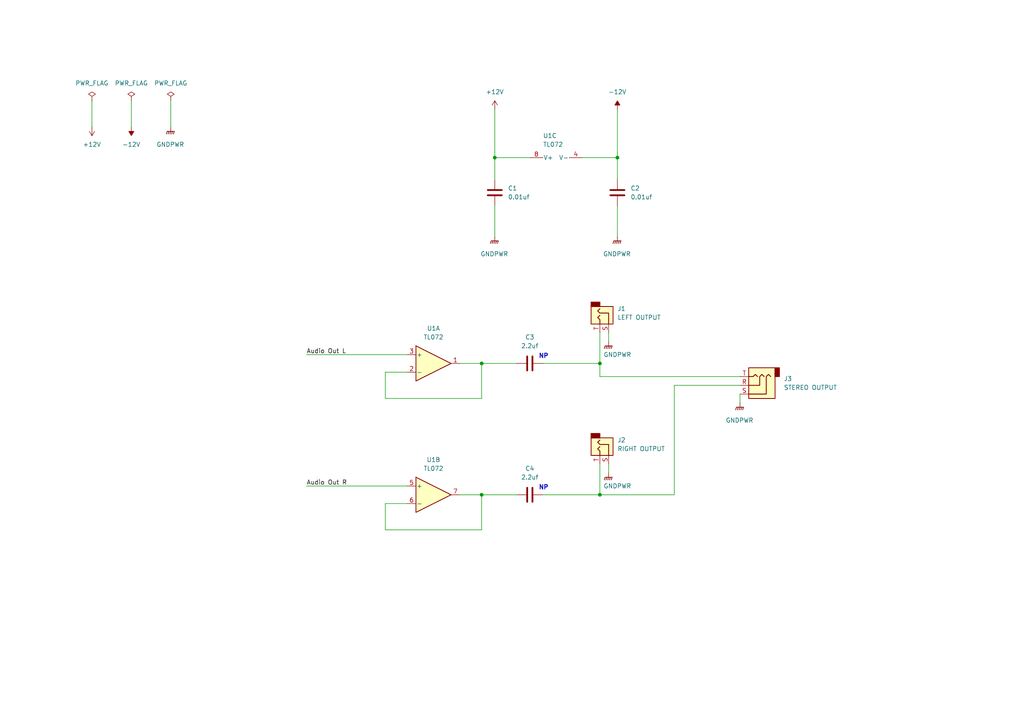
<source format=kicad_sch>
(kicad_sch (version 20211123) (generator eeschema)

  (uuid 08119705-1e85-419b-b715-f35c1504eaa1)

  (paper "A4")

  (title_block
    (title "MIDI Box - Line Out Audio Amp")
    (date "2022-04-03")
    (rev "1.0")
    (company "Clarissa Walker")
  )

  (lib_symbols
    (symbol "Amplifier_Operational:TL072" (pin_names (offset 0.127)) (in_bom yes) (on_board yes)
      (property "Reference" "U" (id 0) (at 0 5.08 0)
        (effects (font (size 1.27 1.27)) (justify left))
      )
      (property "Value" "TL072" (id 1) (at 0 -5.08 0)
        (effects (font (size 1.27 1.27)) (justify left))
      )
      (property "Footprint" "" (id 2) (at 0 0 0)
        (effects (font (size 1.27 1.27)) hide)
      )
      (property "Datasheet" "http://www.ti.com/lit/ds/symlink/tl071.pdf" (id 3) (at 0 0 0)
        (effects (font (size 1.27 1.27)) hide)
      )
      (property "ki_locked" "" (id 4) (at 0 0 0)
        (effects (font (size 1.27 1.27)))
      )
      (property "ki_keywords" "dual opamp" (id 5) (at 0 0 0)
        (effects (font (size 1.27 1.27)) hide)
      )
      (property "ki_description" "Dual Low-Noise JFET-Input Operational Amplifiers, DIP-8/SOIC-8" (id 6) (at 0 0 0)
        (effects (font (size 1.27 1.27)) hide)
      )
      (property "ki_fp_filters" "SOIC*3.9x4.9mm*P1.27mm* DIP*W7.62mm* TO*99* OnSemi*Micro8* TSSOP*3x3mm*P0.65mm* TSSOP*4.4x3mm*P0.65mm* MSOP*3x3mm*P0.65mm* SSOP*3.9x4.9mm*P0.635mm* LFCSP*2x2mm*P0.5mm* *SIP* SOIC*5.3x6.2mm*P1.27mm*" (id 7) (at 0 0 0)
        (effects (font (size 1.27 1.27)) hide)
      )
      (symbol "TL072_1_1"
        (polyline
          (pts
            (xy -5.08 5.08)
            (xy 5.08 0)
            (xy -5.08 -5.08)
            (xy -5.08 5.08)
          )
          (stroke (width 0.254) (type default) (color 0 0 0 0))
          (fill (type background))
        )
        (pin output line (at 7.62 0 180) (length 2.54)
          (name "~" (effects (font (size 1.27 1.27))))
          (number "1" (effects (font (size 1.27 1.27))))
        )
        (pin input line (at -7.62 -2.54 0) (length 2.54)
          (name "-" (effects (font (size 1.27 1.27))))
          (number "2" (effects (font (size 1.27 1.27))))
        )
        (pin input line (at -7.62 2.54 0) (length 2.54)
          (name "+" (effects (font (size 1.27 1.27))))
          (number "3" (effects (font (size 1.27 1.27))))
        )
      )
      (symbol "TL072_2_1"
        (polyline
          (pts
            (xy -5.08 5.08)
            (xy 5.08 0)
            (xy -5.08 -5.08)
            (xy -5.08 5.08)
          )
          (stroke (width 0.254) (type default) (color 0 0 0 0))
          (fill (type background))
        )
        (pin input line (at -7.62 2.54 0) (length 2.54)
          (name "+" (effects (font (size 1.27 1.27))))
          (number "5" (effects (font (size 1.27 1.27))))
        )
        (pin input line (at -7.62 -2.54 0) (length 2.54)
          (name "-" (effects (font (size 1.27 1.27))))
          (number "6" (effects (font (size 1.27 1.27))))
        )
        (pin output line (at 7.62 0 180) (length 2.54)
          (name "~" (effects (font (size 1.27 1.27))))
          (number "7" (effects (font (size 1.27 1.27))))
        )
      )
      (symbol "TL072_3_1"
        (pin power_in line (at -2.54 -7.62 90) (length 3.81)
          (name "V-" (effects (font (size 1.27 1.27))))
          (number "4" (effects (font (size 1.27 1.27))))
        )
        (pin power_in line (at -2.54 7.62 270) (length 3.81)
          (name "V+" (effects (font (size 1.27 1.27))))
          (number "8" (effects (font (size 1.27 1.27))))
        )
      )
    )
    (symbol "Connector:AudioJack2" (in_bom yes) (on_board yes)
      (property "Reference" "J" (id 0) (at 0 8.89 0)
        (effects (font (size 1.27 1.27)))
      )
      (property "Value" "AudioJack2" (id 1) (at 0 6.35 0)
        (effects (font (size 1.27 1.27)))
      )
      (property "Footprint" "" (id 2) (at 0 0 0)
        (effects (font (size 1.27 1.27)) hide)
      )
      (property "Datasheet" "~" (id 3) (at 0 0 0)
        (effects (font (size 1.27 1.27)) hide)
      )
      (property "ki_keywords" "audio jack receptacle mono phone headphone TS connector" (id 4) (at 0 0 0)
        (effects (font (size 1.27 1.27)) hide)
      )
      (property "ki_description" "Audio Jack, 2 Poles (Mono / TS)" (id 5) (at 0 0 0)
        (effects (font (size 1.27 1.27)) hide)
      )
      (property "ki_fp_filters" "Jack*" (id 6) (at 0 0 0)
        (effects (font (size 1.27 1.27)) hide)
      )
      (symbol "AudioJack2_0_1"
        (rectangle (start -3.81 0) (end -2.54 -2.54)
          (stroke (width 0.254) (type default) (color 0 0 0 0))
          (fill (type outline))
        )
        (rectangle (start -2.54 3.81) (end 2.54 -2.54)
          (stroke (width 0.254) (type default) (color 0 0 0 0))
          (fill (type background))
        )
        (polyline
          (pts
            (xy 0 0)
            (xy 0.635 -0.635)
            (xy 1.27 0)
            (xy 2.54 0)
          )
          (stroke (width 0.254) (type default) (color 0 0 0 0))
          (fill (type none))
        )
        (polyline
          (pts
            (xy 2.54 2.54)
            (xy -0.635 2.54)
            (xy -0.635 0)
            (xy -1.27 -0.635)
            (xy -1.905 0)
          )
          (stroke (width 0.254) (type default) (color 0 0 0 0))
          (fill (type none))
        )
      )
      (symbol "AudioJack2_1_1"
        (pin passive line (at 5.08 2.54 180) (length 2.54)
          (name "~" (effects (font (size 1.27 1.27))))
          (number "S" (effects (font (size 1.27 1.27))))
        )
        (pin passive line (at 5.08 0 180) (length 2.54)
          (name "~" (effects (font (size 1.27 1.27))))
          (number "T" (effects (font (size 1.27 1.27))))
        )
      )
    )
    (symbol "Connector:AudioJack3" (in_bom yes) (on_board yes)
      (property "Reference" "J" (id 0) (at 0 8.89 0)
        (effects (font (size 1.27 1.27)))
      )
      (property "Value" "AudioJack3" (id 1) (at 0 6.35 0)
        (effects (font (size 1.27 1.27)))
      )
      (property "Footprint" "" (id 2) (at 0 0 0)
        (effects (font (size 1.27 1.27)) hide)
      )
      (property "Datasheet" "~" (id 3) (at 0 0 0)
        (effects (font (size 1.27 1.27)) hide)
      )
      (property "ki_keywords" "audio jack receptacle stereo headphones phones TRS connector" (id 4) (at 0 0 0)
        (effects (font (size 1.27 1.27)) hide)
      )
      (property "ki_description" "Audio Jack, 3 Poles (Stereo / TRS)" (id 5) (at 0 0 0)
        (effects (font (size 1.27 1.27)) hide)
      )
      (property "ki_fp_filters" "Jack*" (id 6) (at 0 0 0)
        (effects (font (size 1.27 1.27)) hide)
      )
      (symbol "AudioJack3_0_1"
        (rectangle (start -5.08 -5.08) (end -6.35 -2.54)
          (stroke (width 0.254) (type default) (color 0 0 0 0))
          (fill (type outline))
        )
        (polyline
          (pts
            (xy 0 -2.54)
            (xy 0.635 -3.175)
            (xy 1.27 -2.54)
            (xy 2.54 -2.54)
          )
          (stroke (width 0.254) (type default) (color 0 0 0 0))
          (fill (type none))
        )
        (polyline
          (pts
            (xy -1.905 -2.54)
            (xy -1.27 -3.175)
            (xy -0.635 -2.54)
            (xy -0.635 0)
            (xy 2.54 0)
          )
          (stroke (width 0.254) (type default) (color 0 0 0 0))
          (fill (type none))
        )
        (polyline
          (pts
            (xy 2.54 2.54)
            (xy -2.54 2.54)
            (xy -2.54 -2.54)
            (xy -3.175 -3.175)
            (xy -3.81 -2.54)
          )
          (stroke (width 0.254) (type default) (color 0 0 0 0))
          (fill (type none))
        )
        (rectangle (start 2.54 3.81) (end -5.08 -5.08)
          (stroke (width 0.254) (type default) (color 0 0 0 0))
          (fill (type background))
        )
      )
      (symbol "AudioJack3_1_1"
        (pin passive line (at 5.08 0 180) (length 2.54)
          (name "~" (effects (font (size 1.27 1.27))))
          (number "R" (effects (font (size 1.27 1.27))))
        )
        (pin passive line (at 5.08 2.54 180) (length 2.54)
          (name "~" (effects (font (size 1.27 1.27))))
          (number "S" (effects (font (size 1.27 1.27))))
        )
        (pin passive line (at 5.08 -2.54 180) (length 2.54)
          (name "~" (effects (font (size 1.27 1.27))))
          (number "T" (effects (font (size 1.27 1.27))))
        )
      )
    )
    (symbol "Device:C" (pin_numbers hide) (pin_names (offset 0.254)) (in_bom yes) (on_board yes)
      (property "Reference" "C" (id 0) (at 0.635 2.54 0)
        (effects (font (size 1.27 1.27)) (justify left))
      )
      (property "Value" "C" (id 1) (at 0.635 -2.54 0)
        (effects (font (size 1.27 1.27)) (justify left))
      )
      (property "Footprint" "" (id 2) (at 0.9652 -3.81 0)
        (effects (font (size 1.27 1.27)) hide)
      )
      (property "Datasheet" "~" (id 3) (at 0 0 0)
        (effects (font (size 1.27 1.27)) hide)
      )
      (property "ki_keywords" "cap capacitor" (id 4) (at 0 0 0)
        (effects (font (size 1.27 1.27)) hide)
      )
      (property "ki_description" "Unpolarized capacitor" (id 5) (at 0 0 0)
        (effects (font (size 1.27 1.27)) hide)
      )
      (property "ki_fp_filters" "C_*" (id 6) (at 0 0 0)
        (effects (font (size 1.27 1.27)) hide)
      )
      (symbol "C_0_1"
        (polyline
          (pts
            (xy -2.032 -0.762)
            (xy 2.032 -0.762)
          )
          (stroke (width 0.508) (type default) (color 0 0 0 0))
          (fill (type none))
        )
        (polyline
          (pts
            (xy -2.032 0.762)
            (xy 2.032 0.762)
          )
          (stroke (width 0.508) (type default) (color 0 0 0 0))
          (fill (type none))
        )
      )
      (symbol "C_1_1"
        (pin passive line (at 0 3.81 270) (length 2.794)
          (name "~" (effects (font (size 1.27 1.27))))
          (number "1" (effects (font (size 1.27 1.27))))
        )
        (pin passive line (at 0 -3.81 90) (length 2.794)
          (name "~" (effects (font (size 1.27 1.27))))
          (number "2" (effects (font (size 1.27 1.27))))
        )
      )
    )
    (symbol "power:+12V" (power) (pin_names (offset 0)) (in_bom yes) (on_board yes)
      (property "Reference" "#PWR" (id 0) (at 0 -3.81 0)
        (effects (font (size 1.27 1.27)) hide)
      )
      (property "Value" "+12V" (id 1) (at 0 3.556 0)
        (effects (font (size 1.27 1.27)))
      )
      (property "Footprint" "" (id 2) (at 0 0 0)
        (effects (font (size 1.27 1.27)) hide)
      )
      (property "Datasheet" "" (id 3) (at 0 0 0)
        (effects (font (size 1.27 1.27)) hide)
      )
      (property "ki_keywords" "power-flag" (id 4) (at 0 0 0)
        (effects (font (size 1.27 1.27)) hide)
      )
      (property "ki_description" "Power symbol creates a global label with name \"+12V\"" (id 5) (at 0 0 0)
        (effects (font (size 1.27 1.27)) hide)
      )
      (symbol "+12V_0_1"
        (polyline
          (pts
            (xy -0.762 1.27)
            (xy 0 2.54)
          )
          (stroke (width 0) (type default) (color 0 0 0 0))
          (fill (type none))
        )
        (polyline
          (pts
            (xy 0 0)
            (xy 0 2.54)
          )
          (stroke (width 0) (type default) (color 0 0 0 0))
          (fill (type none))
        )
        (polyline
          (pts
            (xy 0 2.54)
            (xy 0.762 1.27)
          )
          (stroke (width 0) (type default) (color 0 0 0 0))
          (fill (type none))
        )
      )
      (symbol "+12V_1_1"
        (pin power_in line (at 0 0 90) (length 0) hide
          (name "+12V" (effects (font (size 1.27 1.27))))
          (number "1" (effects (font (size 1.27 1.27))))
        )
      )
    )
    (symbol "power:-12V" (power) (pin_names (offset 0)) (in_bom yes) (on_board yes)
      (property "Reference" "#PWR" (id 0) (at 0 2.54 0)
        (effects (font (size 1.27 1.27)) hide)
      )
      (property "Value" "-12V" (id 1) (at 0 3.81 0)
        (effects (font (size 1.27 1.27)))
      )
      (property "Footprint" "" (id 2) (at 0 0 0)
        (effects (font (size 1.27 1.27)) hide)
      )
      (property "Datasheet" "" (id 3) (at 0 0 0)
        (effects (font (size 1.27 1.27)) hide)
      )
      (property "ki_keywords" "power-flag" (id 4) (at 0 0 0)
        (effects (font (size 1.27 1.27)) hide)
      )
      (property "ki_description" "Power symbol creates a global label with name \"-12V\"" (id 5) (at 0 0 0)
        (effects (font (size 1.27 1.27)) hide)
      )
      (symbol "-12V_0_0"
        (pin power_in line (at 0 0 90) (length 0) hide
          (name "-12V" (effects (font (size 1.27 1.27))))
          (number "1" (effects (font (size 1.27 1.27))))
        )
      )
      (symbol "-12V_0_1"
        (polyline
          (pts
            (xy 0 0)
            (xy 0 1.27)
            (xy 0.762 1.27)
            (xy 0 2.54)
            (xy -0.762 1.27)
            (xy 0 1.27)
          )
          (stroke (width 0) (type default) (color 0 0 0 0))
          (fill (type outline))
        )
      )
    )
    (symbol "power:GNDPWR" (power) (pin_names (offset 0)) (in_bom yes) (on_board yes)
      (property "Reference" "#PWR" (id 0) (at 0 -5.08 0)
        (effects (font (size 1.27 1.27)) hide)
      )
      (property "Value" "GNDPWR" (id 1) (at 0 -3.302 0)
        (effects (font (size 1.27 1.27)))
      )
      (property "Footprint" "" (id 2) (at 0 -1.27 0)
        (effects (font (size 1.27 1.27)) hide)
      )
      (property "Datasheet" "" (id 3) (at 0 -1.27 0)
        (effects (font (size 1.27 1.27)) hide)
      )
      (property "ki_keywords" "power-flag" (id 4) (at 0 0 0)
        (effects (font (size 1.27 1.27)) hide)
      )
      (property "ki_description" "Power symbol creates a global label with name \"GNDPWR\" , power ground" (id 5) (at 0 0 0)
        (effects (font (size 1.27 1.27)) hide)
      )
      (symbol "GNDPWR_0_1"
        (polyline
          (pts
            (xy 0 -1.27)
            (xy 0 0)
          )
          (stroke (width 0) (type default) (color 0 0 0 0))
          (fill (type none))
        )
        (polyline
          (pts
            (xy -1.016 -1.27)
            (xy -1.27 -2.032)
            (xy -1.27 -2.032)
          )
          (stroke (width 0.2032) (type default) (color 0 0 0 0))
          (fill (type none))
        )
        (polyline
          (pts
            (xy -0.508 -1.27)
            (xy -0.762 -2.032)
            (xy -0.762 -2.032)
          )
          (stroke (width 0.2032) (type default) (color 0 0 0 0))
          (fill (type none))
        )
        (polyline
          (pts
            (xy 0 -1.27)
            (xy -0.254 -2.032)
            (xy -0.254 -2.032)
          )
          (stroke (width 0.2032) (type default) (color 0 0 0 0))
          (fill (type none))
        )
        (polyline
          (pts
            (xy 0.508 -1.27)
            (xy 0.254 -2.032)
            (xy 0.254 -2.032)
          )
          (stroke (width 0.2032) (type default) (color 0 0 0 0))
          (fill (type none))
        )
        (polyline
          (pts
            (xy 1.016 -1.27)
            (xy -1.016 -1.27)
            (xy -1.016 -1.27)
          )
          (stroke (width 0.2032) (type default) (color 0 0 0 0))
          (fill (type none))
        )
        (polyline
          (pts
            (xy 1.016 -1.27)
            (xy 0.762 -2.032)
            (xy 0.762 -2.032)
            (xy 0.762 -2.032)
          )
          (stroke (width 0.2032) (type default) (color 0 0 0 0))
          (fill (type none))
        )
      )
      (symbol "GNDPWR_1_1"
        (pin power_in line (at 0 0 270) (length 0) hide
          (name "GNDPWR" (effects (font (size 1.27 1.27))))
          (number "1" (effects (font (size 1.27 1.27))))
        )
      )
    )
    (symbol "power:PWR_FLAG" (power) (pin_numbers hide) (pin_names (offset 0) hide) (in_bom yes) (on_board yes)
      (property "Reference" "#FLG" (id 0) (at 0 1.905 0)
        (effects (font (size 1.27 1.27)) hide)
      )
      (property "Value" "PWR_FLAG" (id 1) (at 0 3.81 0)
        (effects (font (size 1.27 1.27)))
      )
      (property "Footprint" "" (id 2) (at 0 0 0)
        (effects (font (size 1.27 1.27)) hide)
      )
      (property "Datasheet" "~" (id 3) (at 0 0 0)
        (effects (font (size 1.27 1.27)) hide)
      )
      (property "ki_keywords" "power-flag" (id 4) (at 0 0 0)
        (effects (font (size 1.27 1.27)) hide)
      )
      (property "ki_description" "Special symbol for telling ERC where power comes from" (id 5) (at 0 0 0)
        (effects (font (size 1.27 1.27)) hide)
      )
      (symbol "PWR_FLAG_0_0"
        (pin power_out line (at 0 0 90) (length 0)
          (name "pwr" (effects (font (size 1.27 1.27))))
          (number "1" (effects (font (size 1.27 1.27))))
        )
      )
      (symbol "PWR_FLAG_0_1"
        (polyline
          (pts
            (xy 0 0)
            (xy 0 1.27)
            (xy -1.016 1.905)
            (xy 0 2.54)
            (xy 1.016 1.905)
            (xy 0 1.27)
          )
          (stroke (width 0) (type default) (color 0 0 0 0))
          (fill (type none))
        )
      )
    )
  )

  (junction (at 139.7 143.51) (diameter 0) (color 0 0 0 0)
    (uuid 33b110ea-3d2a-43d5-b207-e04b55811317)
  )
  (junction (at 173.99 143.51) (diameter 0) (color 0 0 0 0)
    (uuid 4ab85002-087c-4f34-84ad-4d320ebfcbf3)
  )
  (junction (at 139.7 105.41) (diameter 0) (color 0 0 0 0)
    (uuid 81b83a05-030e-42b4-be00-0139d97a5973)
  )
  (junction (at 179.07 45.72) (diameter 0) (color 0 0 0 0)
    (uuid 9666e50c-28c6-413b-aee7-9f4fb63b1e1a)
  )
  (junction (at 143.51 45.72) (diameter 0) (color 0 0 0 0)
    (uuid a585006d-40a4-4cda-8cdd-72e55fe08c58)
  )
  (junction (at 173.99 105.41) (diameter 0) (color 0 0 0 0)
    (uuid ea1094c8-e818-482e-8c42-0ea44041a0f3)
  )

  (wire (pts (xy 214.63 109.22) (xy 173.99 109.22))
    (stroke (width 0) (type default) (color 0 0 0 0))
    (uuid 0191977e-febb-4250-bea2-ec69d35df66f)
  )
  (wire (pts (xy 118.11 146.05) (xy 111.76 146.05))
    (stroke (width 0) (type default) (color 0 0 0 0))
    (uuid 04b76de3-b61c-4372-88a4-02394bc18d5a)
  )
  (wire (pts (xy 157.48 143.51) (xy 173.99 143.51))
    (stroke (width 0) (type default) (color 0 0 0 0))
    (uuid 10d5e43a-a87d-412d-9587-06fdd0a949d8)
  )
  (wire (pts (xy 143.51 59.69) (xy 143.51 68.58))
    (stroke (width 0) (type default) (color 0 0 0 0))
    (uuid 10e335b2-4a32-4014-ac8d-5848ca40142b)
  )
  (wire (pts (xy 179.07 59.69) (xy 179.07 68.58))
    (stroke (width 0) (type default) (color 0 0 0 0))
    (uuid 127d882e-28fb-4e10-9338-64d16343213c)
  )
  (wire (pts (xy 26.67 29.21) (xy 26.67 36.83))
    (stroke (width 0) (type default) (color 0 0 0 0))
    (uuid 14bb5f50-29f1-470b-9178-ef462c2a618b)
  )
  (wire (pts (xy 143.51 45.72) (xy 153.67 45.72))
    (stroke (width 0) (type default) (color 0 0 0 0))
    (uuid 16846ddb-e1cc-4137-ad29-1f656ed020a7)
  )
  (wire (pts (xy 157.48 105.41) (xy 173.99 105.41))
    (stroke (width 0) (type default) (color 0 0 0 0))
    (uuid 1e0d8efc-5b1e-4929-bd99-1bbd51753a7a)
  )
  (wire (pts (xy 139.7 143.51) (xy 139.7 153.67))
    (stroke (width 0) (type default) (color 0 0 0 0))
    (uuid 244b0fbc-d437-4941-afb7-db1615cfae9e)
  )
  (wire (pts (xy 38.1 29.21) (xy 38.1 36.83))
    (stroke (width 0) (type default) (color 0 0 0 0))
    (uuid 3705d875-661b-4e23-8738-ef35bf9708c7)
  )
  (wire (pts (xy 88.9 140.97) (xy 118.11 140.97))
    (stroke (width 0) (type default) (color 0 0 0 0))
    (uuid 3d302b30-4463-44bf-aad9-e91ffdf63b57)
  )
  (wire (pts (xy 133.35 143.51) (xy 139.7 143.51))
    (stroke (width 0) (type default) (color 0 0 0 0))
    (uuid 4da02947-6507-4365-916b-cb9d473306fe)
  )
  (wire (pts (xy 173.99 109.22) (xy 173.99 105.41))
    (stroke (width 0) (type default) (color 0 0 0 0))
    (uuid 542da86f-d7a1-469c-aadf-3bd74f56c426)
  )
  (wire (pts (xy 118.11 107.95) (xy 111.76 107.95))
    (stroke (width 0) (type default) (color 0 0 0 0))
    (uuid 5cbc9588-a26b-4936-8157-6b6efe058fd4)
  )
  (wire (pts (xy 111.76 146.05) (xy 111.76 153.67))
    (stroke (width 0) (type default) (color 0 0 0 0))
    (uuid 6b1e62d8-5c3a-4c17-8bc2-4276726a87ea)
  )
  (wire (pts (xy 88.9 102.87) (xy 118.11 102.87))
    (stroke (width 0) (type default) (color 0 0 0 0))
    (uuid 710215a0-0bba-4c0b-8cc7-5b1f65218cf3)
  )
  (wire (pts (xy 111.76 107.95) (xy 111.76 115.57))
    (stroke (width 0) (type default) (color 0 0 0 0))
    (uuid 77004cda-6d05-4031-bec1-1dbd230e1650)
  )
  (wire (pts (xy 214.63 114.3) (xy 214.63 116.84))
    (stroke (width 0) (type default) (color 0 0 0 0))
    (uuid 8713fc07-788c-44d3-981d-034f108cf59c)
  )
  (wire (pts (xy 49.53 29.21) (xy 49.53 36.83))
    (stroke (width 0) (type default) (color 0 0 0 0))
    (uuid 8782187a-8051-42cc-97fb-de975c8fbdc5)
  )
  (wire (pts (xy 176.53 134.62) (xy 176.53 137.16))
    (stroke (width 0) (type default) (color 0 0 0 0))
    (uuid 88b04903-8b72-4eb0-af1d-973ee6ab0771)
  )
  (wire (pts (xy 176.53 96.52) (xy 176.53 99.06))
    (stroke (width 0) (type default) (color 0 0 0 0))
    (uuid 99e8c373-cbe0-4123-8973-8a624610fc2c)
  )
  (wire (pts (xy 195.58 111.76) (xy 195.58 143.51))
    (stroke (width 0) (type default) (color 0 0 0 0))
    (uuid 9e079de3-242e-4c87-9e34-dc84b96c4563)
  )
  (wire (pts (xy 168.91 45.72) (xy 179.07 45.72))
    (stroke (width 0) (type default) (color 0 0 0 0))
    (uuid ae8866e8-f54f-4e4a-9e35-d89e4254d8e9)
  )
  (wire (pts (xy 179.07 31.75) (xy 179.07 45.72))
    (stroke (width 0) (type default) (color 0 0 0 0))
    (uuid af32985a-2ecc-40e6-a695-22a5c5d92a3b)
  )
  (wire (pts (xy 139.7 105.41) (xy 149.86 105.41))
    (stroke (width 0) (type default) (color 0 0 0 0))
    (uuid b59d3586-8fd7-49d8-b88e-c0d1fe62cdf8)
  )
  (wire (pts (xy 139.7 115.57) (xy 139.7 105.41))
    (stroke (width 0) (type default) (color 0 0 0 0))
    (uuid bb60bad4-2067-484a-abeb-ca3d7505b139)
  )
  (wire (pts (xy 173.99 105.41) (xy 173.99 96.52))
    (stroke (width 0) (type default) (color 0 0 0 0))
    (uuid be6a7d74-c01e-4c0b-aaee-674159289ae5)
  )
  (wire (pts (xy 179.07 52.07) (xy 179.07 45.72))
    (stroke (width 0) (type default) (color 0 0 0 0))
    (uuid c9322042-e3d1-4841-aefe-5894859bb757)
  )
  (wire (pts (xy 173.99 143.51) (xy 173.99 134.62))
    (stroke (width 0) (type default) (color 0 0 0 0))
    (uuid cdee4f90-44df-408f-9034-f7cf1a6eaab4)
  )
  (wire (pts (xy 214.63 111.76) (xy 195.58 111.76))
    (stroke (width 0) (type default) (color 0 0 0 0))
    (uuid cdfd01b3-0e5e-4cf1-a8aa-f88b91e9b7cc)
  )
  (wire (pts (xy 143.51 52.07) (xy 143.51 45.72))
    (stroke (width 0) (type default) (color 0 0 0 0))
    (uuid d2c333e1-1377-4726-9bed-b4a1d78b03be)
  )
  (wire (pts (xy 111.76 115.57) (xy 139.7 115.57))
    (stroke (width 0) (type default) (color 0 0 0 0))
    (uuid e353884b-3561-4072-aae1-f5d1ecbd5639)
  )
  (wire (pts (xy 111.76 153.67) (xy 139.7 153.67))
    (stroke (width 0) (type default) (color 0 0 0 0))
    (uuid e4536937-e4b9-453c-aceb-f487338e81c5)
  )
  (wire (pts (xy 195.58 143.51) (xy 173.99 143.51))
    (stroke (width 0) (type default) (color 0 0 0 0))
    (uuid ed0a2447-4d51-4035-b336-f4600c50c55d)
  )
  (wire (pts (xy 133.35 105.41) (xy 139.7 105.41))
    (stroke (width 0) (type default) (color 0 0 0 0))
    (uuid f4b3ce13-892c-4e8c-8f4a-a37e059f8f11)
  )
  (wire (pts (xy 139.7 143.51) (xy 149.86 143.51))
    (stroke (width 0) (type default) (color 0 0 0 0))
    (uuid fa251c7a-4ba9-4dfb-82e2-2f343eef4a50)
  )
  (wire (pts (xy 143.51 31.75) (xy 143.51 45.72))
    (stroke (width 0) (type default) (color 0 0 0 0))
    (uuid fa9c9adf-d6d4-40f2-aa3c-f11e2d2b4d42)
  )

  (text "NP" (at 156.21 142.24 0)
    (effects (font (size 1.27 1.27) (thickness 0.254) bold) (justify left bottom))
    (uuid 36c837c5-f5e4-4c8e-8047-aba310d2e05a)
  )
  (text "NP" (at 156.21 104.14 0)
    (effects (font (size 1.27 1.27) (thickness 0.254) bold) (justify left bottom))
    (uuid fc95094a-b02a-4ae0-800c-e6c89c3d2f0e)
  )

  (label "Audio Out L" (at 88.9 102.87 0)
    (effects (font (size 1.27 1.27)) (justify left bottom))
    (uuid 3e13091f-c5ee-4491-88c6-e66d356ddcf9)
  )
  (label "Audio Out R" (at 88.9 140.97 0)
    (effects (font (size 1.27 1.27)) (justify left bottom))
    (uuid 5192f70f-ef10-4c6f-8c73-5c70559a4214)
  )

  (symbol (lib_id "power:PWR_FLAG") (at 38.1 29.21 0) (unit 1)
    (in_bom yes) (on_board yes) (fields_autoplaced)
    (uuid 2be4f81a-e688-44aa-a6d6-5138f6d4f726)
    (property "Reference" "#FLG0101" (id 0) (at 38.1 27.305 0)
      (effects (font (size 1.27 1.27)) hide)
    )
    (property "Value" "PWR_FLAG" (id 1) (at 38.1 24.13 0))
    (property "Footprint" "" (id 2) (at 38.1 29.21 0)
      (effects (font (size 1.27 1.27)) hide)
    )
    (property "Datasheet" "~" (id 3) (at 38.1 29.21 0)
      (effects (font (size 1.27 1.27)) hide)
    )
    (pin "1" (uuid b699b369-7d16-4266-b7b0-34ff152d927e))
  )

  (symbol (lib_id "Device:C") (at 179.07 55.88 0) (unit 1)
    (in_bom yes) (on_board yes) (fields_autoplaced)
    (uuid 2e288bf9-23c5-4360-969e-7c18418ff54e)
    (property "Reference" "C2" (id 0) (at 182.88 54.6099 0)
      (effects (font (size 1.27 1.27)) (justify left))
    )
    (property "Value" "0.01uf" (id 1) (at 182.88 57.1499 0)
      (effects (font (size 1.27 1.27)) (justify left))
    )
    (property "Footprint" "" (id 2) (at 180.0352 59.69 0)
      (effects (font (size 1.27 1.27)) hide)
    )
    (property "Datasheet" "~" (id 3) (at 179.07 55.88 0)
      (effects (font (size 1.27 1.27)) hide)
    )
    (pin "1" (uuid e27b41c4-a0fc-4a4d-b5c6-acc3944bf700))
    (pin "2" (uuid e6d97bd3-ddd4-4113-bec9-448a1336c002))
  )

  (symbol (lib_id "power:-12V") (at 38.1 36.83 180) (unit 1)
    (in_bom yes) (on_board yes) (fields_autoplaced)
    (uuid 2f7512d1-0919-4e52-9e11-7d35e989564f)
    (property "Reference" "#PWR0101" (id 0) (at 38.1 39.37 0)
      (effects (font (size 1.27 1.27)) hide)
    )
    (property "Value" "-12V" (id 1) (at 38.1 41.91 0))
    (property "Footprint" "" (id 2) (at 38.1 36.83 0)
      (effects (font (size 1.27 1.27)) hide)
    )
    (property "Datasheet" "" (id 3) (at 38.1 36.83 0)
      (effects (font (size 1.27 1.27)) hide)
    )
    (pin "1" (uuid c39f77f3-5ec7-40ee-a1ee-86a579255a20))
  )

  (symbol (lib_id "power:+12V") (at 143.51 31.75 0) (unit 1)
    (in_bom yes) (on_board yes) (fields_autoplaced)
    (uuid 388be678-b81b-45c2-8cbc-551791c704dc)
    (property "Reference" "#PWR0106" (id 0) (at 143.51 35.56 0)
      (effects (font (size 1.27 1.27)) hide)
    )
    (property "Value" "+12V" (id 1) (at 143.51 26.67 0))
    (property "Footprint" "" (id 2) (at 143.51 31.75 0)
      (effects (font (size 1.27 1.27)) hide)
    )
    (property "Datasheet" "" (id 3) (at 143.51 31.75 0)
      (effects (font (size 1.27 1.27)) hide)
    )
    (pin "1" (uuid fd40cc6f-ff95-4df2-8620-4f14fdca63a7))
  )

  (symbol (lib_id "power:PWR_FLAG") (at 26.67 29.21 0) (unit 1)
    (in_bom yes) (on_board yes) (fields_autoplaced)
    (uuid 3ac339b3-b627-46d2-a392-af508bf9243d)
    (property "Reference" "#FLG0102" (id 0) (at 26.67 27.305 0)
      (effects (font (size 1.27 1.27)) hide)
    )
    (property "Value" "PWR_FLAG" (id 1) (at 26.67 24.13 0))
    (property "Footprint" "" (id 2) (at 26.67 29.21 0)
      (effects (font (size 1.27 1.27)) hide)
    )
    (property "Datasheet" "~" (id 3) (at 26.67 29.21 0)
      (effects (font (size 1.27 1.27)) hide)
    )
    (pin "1" (uuid d883f8aa-cb79-4d84-8599-d32b042c642f))
  )

  (symbol (lib_id "Amplifier_Operational:TL072") (at 125.73 105.41 0) (unit 1)
    (in_bom yes) (on_board yes) (fields_autoplaced)
    (uuid 3b13530f-5eed-47ad-9c72-ae7356a6e1b3)
    (property "Reference" "U1" (id 0) (at 125.73 95.25 0))
    (property "Value" "TL072" (id 1) (at 125.73 97.79 0))
    (property "Footprint" "" (id 2) (at 125.73 105.41 0)
      (effects (font (size 1.27 1.27)) hide)
    )
    (property "Datasheet" "http://www.ti.com/lit/ds/symlink/tl071.pdf" (id 3) (at 125.73 105.41 0)
      (effects (font (size 1.27 1.27)) hide)
    )
    (pin "1" (uuid c8f4ddc4-4d5a-4974-a553-40917445a491))
    (pin "2" (uuid 4432c280-fbb0-4804-9f2f-309fc7ca632e))
    (pin "3" (uuid b3ebaf28-8970-4be3-a4b1-2f79c0e3fee4))
    (pin "5" (uuid 145e9505-e5f2-485d-8cd7-6e055ec36c05))
    (pin "6" (uuid 45bff614-f3f5-43b3-aca4-65cddd40d185))
    (pin "7" (uuid 37fc067e-0e88-4d83-b0ad-e3f05ec785f8))
    (pin "4" (uuid 93bddbf4-25fb-4bb2-8ed9-b9e00ad88261))
    (pin "8" (uuid 132098bb-22d7-46df-8f43-55471e68e57a))
  )

  (symbol (lib_id "Connector:AudioJack2") (at 173.99 91.44 270) (unit 1)
    (in_bom yes) (on_board yes) (fields_autoplaced)
    (uuid 3c4d56ef-7232-46d2-9c07-e9f6c46260d8)
    (property "Reference" "J1" (id 0) (at 179.07 89.5349 90)
      (effects (font (size 1.27 1.27)) (justify left))
    )
    (property "Value" "LEFT OUTPUT" (id 1) (at 179.07 92.0749 90)
      (effects (font (size 1.27 1.27)) (justify left))
    )
    (property "Footprint" "" (id 2) (at 173.99 91.44 0)
      (effects (font (size 1.27 1.27)) hide)
    )
    (property "Datasheet" "~" (id 3) (at 173.99 91.44 0)
      (effects (font (size 1.27 1.27)) hide)
    )
    (pin "S" (uuid 2c79faa0-367d-410b-929e-eee428c36d87))
    (pin "T" (uuid bdaaea2e-9d7a-4ae4-ae1d-76aba6bb1c9c))
  )

  (symbol (lib_id "Device:C") (at 153.67 143.51 90) (unit 1)
    (in_bom yes) (on_board yes) (fields_autoplaced)
    (uuid 4dbcffea-5e8b-4e83-b646-61a44f4e9add)
    (property "Reference" "C4" (id 0) (at 153.67 135.89 90))
    (property "Value" "2.2uf" (id 1) (at 153.67 138.43 90))
    (property "Footprint" "" (id 2) (at 157.48 142.5448 0)
      (effects (font (size 1.27 1.27)) hide)
    )
    (property "Datasheet" "~" (id 3) (at 153.67 143.51 0)
      (effects (font (size 1.27 1.27)) hide)
    )
    (pin "1" (uuid 4e946504-fd29-4c93-b04d-0f5a9fb96544))
    (pin "2" (uuid 637ff93b-37c6-4a32-8b96-40d8947c7912))
  )

  (symbol (lib_id "power:GNDPWR") (at 214.63 116.84 0) (unit 1)
    (in_bom yes) (on_board yes) (fields_autoplaced)
    (uuid 6cc81a7a-cc87-46e7-89f0-bc39da1850ca)
    (property "Reference" "#PWR0109" (id 0) (at 214.63 121.92 0)
      (effects (font (size 1.27 1.27)) hide)
    )
    (property "Value" "GNDPWR" (id 1) (at 214.503 121.92 0))
    (property "Footprint" "" (id 2) (at 214.63 118.11 0)
      (effects (font (size 1.27 1.27)) hide)
    )
    (property "Datasheet" "" (id 3) (at 214.63 118.11 0)
      (effects (font (size 1.27 1.27)) hide)
    )
    (pin "1" (uuid 51a1ac43-ae30-4f33-b7f9-0005fd8a498a))
  )

  (symbol (lib_id "power:GNDPWR") (at 176.53 137.16 0) (unit 1)
    (in_bom yes) (on_board yes)
    (uuid 91a18f43-7996-4ce4-b565-17445e1ef362)
    (property "Reference" "#PWR0110" (id 0) (at 176.53 142.24 0)
      (effects (font (size 1.27 1.27)) hide)
    )
    (property "Value" "GNDPWR" (id 1) (at 179.07 140.97 0))
    (property "Footprint" "" (id 2) (at 176.53 138.43 0)
      (effects (font (size 1.27 1.27)) hide)
    )
    (property "Datasheet" "" (id 3) (at 176.53 138.43 0)
      (effects (font (size 1.27 1.27)) hide)
    )
    (pin "1" (uuid 9cbc0e8b-18fc-4b8b-ba08-be49b0b7ee28))
  )

  (symbol (lib_id "power:GNDPWR") (at 49.53 36.83 0) (unit 1)
    (in_bom yes) (on_board yes) (fields_autoplaced)
    (uuid 9295a871-cc4b-4565-bcb7-02ab7a227b98)
    (property "Reference" "#PWR0105" (id 0) (at 49.53 41.91 0)
      (effects (font (size 1.27 1.27)) hide)
    )
    (property "Value" "GNDPWR" (id 1) (at 49.403 41.91 0))
    (property "Footprint" "" (id 2) (at 49.53 38.1 0)
      (effects (font (size 1.27 1.27)) hide)
    )
    (property "Datasheet" "" (id 3) (at 49.53 38.1 0)
      (effects (font (size 1.27 1.27)) hide)
    )
    (pin "1" (uuid 0eed4ce2-a47b-46e6-866e-8978ecc16791))
  )

  (symbol (lib_id "Connector:AudioJack3") (at 219.71 111.76 180) (unit 1)
    (in_bom yes) (on_board yes) (fields_autoplaced)
    (uuid a2a2c78d-4d9f-4913-8b19-eb78c978bc02)
    (property "Reference" "J3" (id 0) (at 227.33 109.8549 0)
      (effects (font (size 1.27 1.27)) (justify right))
    )
    (property "Value" "STEREO OUTPUT" (id 1) (at 227.33 112.3949 0)
      (effects (font (size 1.27 1.27)) (justify right))
    )
    (property "Footprint" "" (id 2) (at 219.71 111.76 0)
      (effects (font (size 1.27 1.27)) hide)
    )
    (property "Datasheet" "~" (id 3) (at 219.71 111.76 0)
      (effects (font (size 1.27 1.27)) hide)
    )
    (pin "R" (uuid 3c525394-1df3-43ad-8222-4a2dfeb26586))
    (pin "S" (uuid 3c5f13a2-9109-47e2-8147-da7c5007d406))
    (pin "T" (uuid cda34b06-6233-42e2-a38e-55bdaca3a656))
  )

  (symbol (lib_id "Device:C") (at 153.67 105.41 90) (unit 1)
    (in_bom yes) (on_board yes) (fields_autoplaced)
    (uuid a30f5b06-6aea-433c-aa2a-3c936d695c0a)
    (property "Reference" "C3" (id 0) (at 153.67 97.79 90))
    (property "Value" "2.2uf" (id 1) (at 153.67 100.33 90))
    (property "Footprint" "" (id 2) (at 157.48 104.4448 0)
      (effects (font (size 1.27 1.27)) hide)
    )
    (property "Datasheet" "~" (id 3) (at 153.67 105.41 0)
      (effects (font (size 1.27 1.27)) hide)
    )
    (pin "1" (uuid 07b944aa-bfe6-4936-99c2-f025f8dcc778))
    (pin "2" (uuid a7741556-8165-4869-b1da-34382feed982))
  )

  (symbol (lib_id "power:+12V") (at 26.67 36.83 180) (unit 1)
    (in_bom yes) (on_board yes) (fields_autoplaced)
    (uuid adc49e7e-c565-4916-919b-c7015fbfe488)
    (property "Reference" "#PWR0102" (id 0) (at 26.67 33.02 0)
      (effects (font (size 1.27 1.27)) hide)
    )
    (property "Value" "+12V" (id 1) (at 26.67 41.91 0))
    (property "Footprint" "" (id 2) (at 26.67 36.83 0)
      (effects (font (size 1.27 1.27)) hide)
    )
    (property "Datasheet" "" (id 3) (at 26.67 36.83 0)
      (effects (font (size 1.27 1.27)) hide)
    )
    (pin "1" (uuid 7dcdc4e1-0ce4-4941-91b9-c6e8b789bcc8))
  )

  (symbol (lib_id "Amplifier_Operational:TL072") (at 125.73 143.51 0) (unit 2)
    (in_bom yes) (on_board yes) (fields_autoplaced)
    (uuid b10aea04-c76b-4ef2-93e4-a47878ec80e5)
    (property "Reference" "U1" (id 0) (at 125.73 133.35 0))
    (property "Value" "TL072" (id 1) (at 125.73 135.89 0))
    (property "Footprint" "" (id 2) (at 125.73 143.51 0)
      (effects (font (size 1.27 1.27)) hide)
    )
    (property "Datasheet" "http://www.ti.com/lit/ds/symlink/tl071.pdf" (id 3) (at 125.73 143.51 0)
      (effects (font (size 1.27 1.27)) hide)
    )
    (pin "1" (uuid 80938bfa-0cd3-416e-9da7-7bec45715bb6))
    (pin "2" (uuid e41439ea-8128-4df9-97c4-fab0fa1aa0f6))
    (pin "3" (uuid 66ce7d49-ec41-4a22-ad06-6daa78e74f63))
    (pin "5" (uuid 3cebbfe7-b657-4eb9-8c9e-98ec41785609))
    (pin "6" (uuid 268aaadd-5b11-47fe-bb76-8cd41bfce326))
    (pin "7" (uuid 4df02198-6be9-4903-a826-41c245e63227))
    (pin "4" (uuid 2cf0f99a-5759-4c5e-a5de-824331aab2d3))
    (pin "8" (uuid 23ba45e2-a145-4ea9-8319-ec990d9ac634))
  )

  (symbol (lib_id "Connector:AudioJack2") (at 173.99 129.54 270) (unit 1)
    (in_bom yes) (on_board yes) (fields_autoplaced)
    (uuid b176f322-e11c-4ede-8341-12842d0a442d)
    (property "Reference" "J2" (id 0) (at 179.07 127.6349 90)
      (effects (font (size 1.27 1.27)) (justify left))
    )
    (property "Value" "RIGHT OUTPUT" (id 1) (at 179.07 130.1749 90)
      (effects (font (size 1.27 1.27)) (justify left))
    )
    (property "Footprint" "" (id 2) (at 173.99 129.54 0)
      (effects (font (size 1.27 1.27)) hide)
    )
    (property "Datasheet" "~" (id 3) (at 173.99 129.54 0)
      (effects (font (size 1.27 1.27)) hide)
    )
    (pin "S" (uuid f3e3b3a1-3f2b-4ce2-89a7-ccfad320abce))
    (pin "T" (uuid a5b4918e-5bbb-472c-a6c7-2d0e64be07a3))
  )

  (symbol (lib_id "power:PWR_FLAG") (at 49.53 29.21 0) (unit 1)
    (in_bom yes) (on_board yes)
    (uuid b25110ec-6f9f-4006-bf3f-686986e5ac62)
    (property "Reference" "#FLG0103" (id 0) (at 49.53 27.305 0)
      (effects (font (size 1.27 1.27)) hide)
    )
    (property "Value" "PWR_FLAG" (id 1) (at 49.53 24.13 0))
    (property "Footprint" "" (id 2) (at 49.53 29.21 0)
      (effects (font (size 1.27 1.27)) hide)
    )
    (property "Datasheet" "~" (id 3) (at 49.53 29.21 0)
      (effects (font (size 1.27 1.27)) hide)
    )
    (pin "1" (uuid 04f28aa5-81ff-4b1e-aecf-b75a2fbe9f55))
  )

  (symbol (lib_id "Device:C") (at 143.51 55.88 0) (unit 1)
    (in_bom yes) (on_board yes) (fields_autoplaced)
    (uuid b42d57ce-ca32-444c-a9bc-13d517af04fd)
    (property "Reference" "C1" (id 0) (at 147.32 54.6099 0)
      (effects (font (size 1.27 1.27)) (justify left))
    )
    (property "Value" "0.01uf" (id 1) (at 147.32 57.1499 0)
      (effects (font (size 1.27 1.27)) (justify left))
    )
    (property "Footprint" "" (id 2) (at 144.4752 59.69 0)
      (effects (font (size 1.27 1.27)) hide)
    )
    (property "Datasheet" "~" (id 3) (at 143.51 55.88 0)
      (effects (font (size 1.27 1.27)) hide)
    )
    (pin "1" (uuid 869debe2-c652-4c04-bf1d-1614b50ee3ae))
    (pin "2" (uuid 3e1931ae-1307-49db-9ae8-daf6b8b18a21))
  )

  (symbol (lib_id "power:GNDPWR") (at 176.53 99.06 0) (unit 1)
    (in_bom yes) (on_board yes)
    (uuid b495094a-b159-4ef0-b592-fad70928f16c)
    (property "Reference" "#PWR0108" (id 0) (at 176.53 104.14 0)
      (effects (font (size 1.27 1.27)) hide)
    )
    (property "Value" "GNDPWR" (id 1) (at 179.07 102.87 0))
    (property "Footprint" "" (id 2) (at 176.53 100.33 0)
      (effects (font (size 1.27 1.27)) hide)
    )
    (property "Datasheet" "" (id 3) (at 176.53 100.33 0)
      (effects (font (size 1.27 1.27)) hide)
    )
    (pin "1" (uuid 7c8f7b2c-4422-4edf-ae32-f5d908078f49))
  )

  (symbol (lib_id "power:-12V") (at 179.07 31.75 0) (unit 1)
    (in_bom yes) (on_board yes) (fields_autoplaced)
    (uuid bc2b0814-0602-436a-8004-53f234198640)
    (property "Reference" "#PWR0103" (id 0) (at 179.07 29.21 0)
      (effects (font (size 1.27 1.27)) hide)
    )
    (property "Value" "-12V" (id 1) (at 179.07 26.67 0))
    (property "Footprint" "" (id 2) (at 179.07 31.75 0)
      (effects (font (size 1.27 1.27)) hide)
    )
    (property "Datasheet" "" (id 3) (at 179.07 31.75 0)
      (effects (font (size 1.27 1.27)) hide)
    )
    (pin "1" (uuid d9aa28ef-c886-45e8-85a3-2cdd75b49242))
  )

  (symbol (lib_id "power:GNDPWR") (at 143.51 68.58 0) (unit 1)
    (in_bom yes) (on_board yes) (fields_autoplaced)
    (uuid c5023442-276f-4068-a5d4-75bc079f03b3)
    (property "Reference" "#PWR0104" (id 0) (at 143.51 73.66 0)
      (effects (font (size 1.27 1.27)) hide)
    )
    (property "Value" "GNDPWR" (id 1) (at 143.383 73.66 0))
    (property "Footprint" "" (id 2) (at 143.51 69.85 0)
      (effects (font (size 1.27 1.27)) hide)
    )
    (property "Datasheet" "" (id 3) (at 143.51 69.85 0)
      (effects (font (size 1.27 1.27)) hide)
    )
    (pin "1" (uuid 65fe2fc9-a264-4cca-bbb3-2e1cc1c0f0d4))
  )

  (symbol (lib_id "Amplifier_Operational:TL072") (at 161.29 43.18 90) (unit 3)
    (in_bom yes) (on_board yes)
    (uuid c61e2ccc-b88f-4c1e-911f-bf771327b810)
    (property "Reference" "U1" (id 0) (at 157.48 39.37 90)
      (effects (font (size 1.27 1.27)) (justify right))
    )
    (property "Value" "TL072" (id 1) (at 157.48 41.91 90)
      (effects (font (size 1.27 1.27)) (justify right))
    )
    (property "Footprint" "" (id 2) (at 161.29 43.18 0)
      (effects (font (size 1.27 1.27)) hide)
    )
    (property "Datasheet" "http://www.ti.com/lit/ds/symlink/tl071.pdf" (id 3) (at 161.29 43.18 0)
      (effects (font (size 1.27 1.27)) hide)
    )
    (pin "1" (uuid 6aa0f079-c558-4001-b666-6e9d63e22e62))
    (pin "2" (uuid bbacd42d-4e8c-4eb6-9866-2a4eebe166c5))
    (pin "3" (uuid 32eb18d8-816f-4b73-9e4a-b392107cac1d))
    (pin "5" (uuid 6914e2af-8cf3-4490-ba92-b9d5d530f96c))
    (pin "6" (uuid cb9dde73-724a-4ab8-8baf-caca961616f1))
    (pin "7" (uuid bbaddeba-3af5-4806-92f3-1c853dc584ad))
    (pin "4" (uuid 5d4eabec-2e61-442a-8a56-d8f050041c7b))
    (pin "8" (uuid d0f1c1ec-47b1-4551-9857-896ac9db0afb))
  )

  (symbol (lib_id "power:GNDPWR") (at 179.07 68.58 0) (unit 1)
    (in_bom yes) (on_board yes) (fields_autoplaced)
    (uuid fd53f721-0da0-44c9-907d-4fe2dcf7ab14)
    (property "Reference" "#PWR0107" (id 0) (at 179.07 73.66 0)
      (effects (font (size 1.27 1.27)) hide)
    )
    (property "Value" "GNDPWR" (id 1) (at 178.943 73.66 0))
    (property "Footprint" "" (id 2) (at 179.07 69.85 0)
      (effects (font (size 1.27 1.27)) hide)
    )
    (property "Datasheet" "" (id 3) (at 179.07 69.85 0)
      (effects (font (size 1.27 1.27)) hide)
    )
    (pin "1" (uuid 7fbf667e-04cf-40cd-9b90-c85991d46426))
  )

  (sheet_instances
    (path "/" (page "1"))
  )

  (symbol_instances
    (path "/2be4f81a-e688-44aa-a6d6-5138f6d4f726"
      (reference "#FLG0101") (unit 1) (value "PWR_FLAG") (footprint "")
    )
    (path "/3ac339b3-b627-46d2-a392-af508bf9243d"
      (reference "#FLG0102") (unit 1) (value "PWR_FLAG") (footprint "")
    )
    (path "/b25110ec-6f9f-4006-bf3f-686986e5ac62"
      (reference "#FLG0103") (unit 1) (value "PWR_FLAG") (footprint "")
    )
    (path "/2f7512d1-0919-4e52-9e11-7d35e989564f"
      (reference "#PWR0101") (unit 1) (value "-12V") (footprint "")
    )
    (path "/adc49e7e-c565-4916-919b-c7015fbfe488"
      (reference "#PWR0102") (unit 1) (value "+12V") (footprint "")
    )
    (path "/bc2b0814-0602-436a-8004-53f234198640"
      (reference "#PWR0103") (unit 1) (value "-12V") (footprint "")
    )
    (path "/c5023442-276f-4068-a5d4-75bc079f03b3"
      (reference "#PWR0104") (unit 1) (value "GNDPWR") (footprint "")
    )
    (path "/9295a871-cc4b-4565-bcb7-02ab7a227b98"
      (reference "#PWR0105") (unit 1) (value "GNDPWR") (footprint "")
    )
    (path "/388be678-b81b-45c2-8cbc-551791c704dc"
      (reference "#PWR0106") (unit 1) (value "+12V") (footprint "")
    )
    (path "/fd53f721-0da0-44c9-907d-4fe2dcf7ab14"
      (reference "#PWR0107") (unit 1) (value "GNDPWR") (footprint "")
    )
    (path "/b495094a-b159-4ef0-b592-fad70928f16c"
      (reference "#PWR0108") (unit 1) (value "GNDPWR") (footprint "")
    )
    (path "/6cc81a7a-cc87-46e7-89f0-bc39da1850ca"
      (reference "#PWR0109") (unit 1) (value "GNDPWR") (footprint "")
    )
    (path "/91a18f43-7996-4ce4-b565-17445e1ef362"
      (reference "#PWR0110") (unit 1) (value "GNDPWR") (footprint "")
    )
    (path "/b42d57ce-ca32-444c-a9bc-13d517af04fd"
      (reference "C1") (unit 1) (value "0.01uf") (footprint "")
    )
    (path "/2e288bf9-23c5-4360-969e-7c18418ff54e"
      (reference "C2") (unit 1) (value "0.01uf") (footprint "")
    )
    (path "/a30f5b06-6aea-433c-aa2a-3c936d695c0a"
      (reference "C3") (unit 1) (value "2.2uf") (footprint "")
    )
    (path "/4dbcffea-5e8b-4e83-b646-61a44f4e9add"
      (reference "C4") (unit 1) (value "2.2uf") (footprint "")
    )
    (path "/3c4d56ef-7232-46d2-9c07-e9f6c46260d8"
      (reference "J1") (unit 1) (value "LEFT OUTPUT") (footprint "")
    )
    (path "/b176f322-e11c-4ede-8341-12842d0a442d"
      (reference "J2") (unit 1) (value "RIGHT OUTPUT") (footprint "")
    )
    (path "/a2a2c78d-4d9f-4913-8b19-eb78c978bc02"
      (reference "J3") (unit 1) (value "STEREO OUTPUT") (footprint "")
    )
    (path "/3b13530f-5eed-47ad-9c72-ae7356a6e1b3"
      (reference "U1") (unit 1) (value "TL072") (footprint "")
    )
    (path "/b10aea04-c76b-4ef2-93e4-a47878ec80e5"
      (reference "U1") (unit 2) (value "TL072") (footprint "")
    )
    (path "/c61e2ccc-b88f-4c1e-911f-bf771327b810"
      (reference "U1") (unit 3) (value "TL072") (footprint "")
    )
  )
)

</source>
